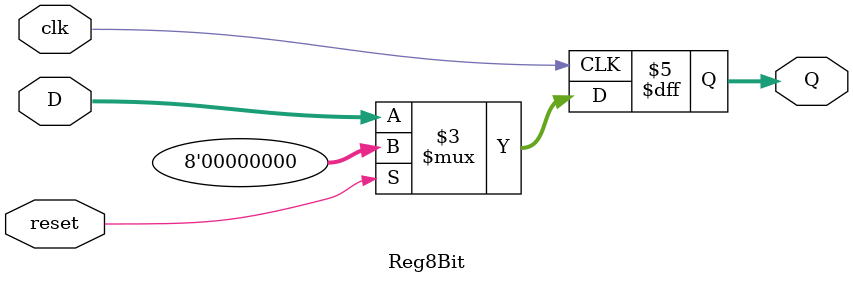
<source format=v>
`timescale 1ns / 1ps


module Reg8Bit(
    input reset,
    input clk,
    input [7:0] D,
    output [7:0] Q
    );

reg [7:0] Q;

always @(posedge clk)
    if(reset)
        Q = 0;
    else
        Q = D;    
    

endmodule

</source>
